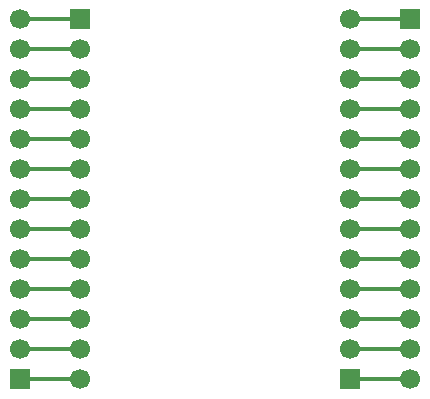
<source format=gbr>
G04 DipTrace 3.3.1.3*
G04 Bottom.gbr*
%MOIN*%
G04 #@! TF.FileFunction,Copper,L2,Bot*
G04 #@! TF.Part,Single*
G04 #@! TA.AperFunction,Conductor*
%ADD13C,0.012*%
G04 #@! TA.AperFunction,ComponentPad*
%ADD15R,0.066929X0.066929*%
%ADD16C,0.066929*%
%FSLAX26Y26*%
G04*
G70*
G90*
G75*
G01*
G04 Bottom*
%LPD*%
X693700Y743700D2*
D13*
X493700D1*
X693700Y843700D2*
X493700D1*
X693700Y943700D2*
X493700D1*
X693700Y1043700D2*
X493700D1*
X693700Y1143700D2*
X493700D1*
X693700Y1243700D2*
X493700D1*
X693700Y1343700D2*
X493700D1*
X693700Y1443700D2*
X493700D1*
X693700Y1543700D2*
X493700D1*
X693700Y1643700D2*
X493700D1*
X693700Y1743700D2*
X493700D1*
X693700Y1843700D2*
X493700D1*
Y1943700D2*
X718235D1*
X693700D1*
X1793700D2*
X1593700D1*
X1793700Y1843700D2*
X1593700D1*
X1793700Y1743700D2*
X1593700D1*
X1793700Y1643700D2*
X1593700D1*
X1793700Y1543700D2*
X1593700D1*
X1793700Y1443700D2*
X1593700D1*
X1793700Y1343700D2*
X1593700D1*
X1793700Y1243700D2*
X1593700D1*
X1793700Y1143700D2*
X1593700D1*
X1793700Y1043700D2*
X1593700D1*
X1793700Y943700D2*
X1593700D1*
X1793700Y843700D2*
X1593700D1*
X1793700Y743700D2*
X1593700D1*
D15*
X693700Y1943700D3*
D16*
Y1843700D3*
Y1743700D3*
Y1643700D3*
Y1543700D3*
Y1443700D3*
Y1343700D3*
Y1243700D3*
Y1143700D3*
Y1043700D3*
Y943700D3*
Y843700D3*
Y743700D3*
D15*
X1793700Y1943700D3*
D16*
Y1843700D3*
Y1743700D3*
Y1643700D3*
Y1543700D3*
Y1443700D3*
Y1343700D3*
Y1243700D3*
Y1143700D3*
Y1043700D3*
Y943700D3*
Y843700D3*
Y743700D3*
D15*
X493700D3*
D16*
Y843700D3*
Y943700D3*
Y1043700D3*
Y1143700D3*
Y1243700D3*
Y1343700D3*
Y1443700D3*
Y1543700D3*
Y1643700D3*
Y1743700D3*
Y1843700D3*
Y1943700D3*
D15*
X1593700Y743700D3*
D16*
Y843700D3*
Y943700D3*
Y1043700D3*
Y1143700D3*
Y1243700D3*
Y1343700D3*
Y1443700D3*
Y1543700D3*
Y1643700D3*
Y1743700D3*
Y1843700D3*
Y1943700D3*
M02*

</source>
